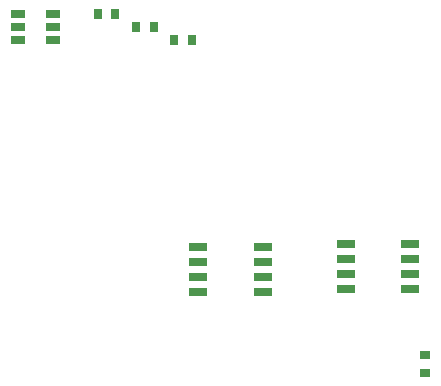
<source format=gtp>
G04*
G04 #@! TF.GenerationSoftware,Altium Limited,Altium Designer,18.1.6 (161)*
G04*
G04 Layer_Color=8421504*
%FSLAX25Y25*%
%MOIN*%
G70*
G01*
G75*
%ADD14R,0.06004X0.02559*%
%ADD15R,0.03543X0.02756*%
%ADD16R,0.05118X0.02756*%
%ADD17R,0.02756X0.03543*%
D14*
X156347Y56713D02*
D03*
Y51713D02*
D03*
Y46713D02*
D03*
Y41713D02*
D03*
X134992D02*
D03*
Y46713D02*
D03*
Y51713D02*
D03*
Y56713D02*
D03*
X205559Y57500D02*
D03*
Y52500D02*
D03*
Y47500D02*
D03*
Y42500D02*
D03*
X184205D02*
D03*
Y47500D02*
D03*
Y52500D02*
D03*
Y57500D02*
D03*
D15*
X210630Y20669D02*
D03*
Y14764D02*
D03*
D16*
X74902Y125591D02*
D03*
Y129921D02*
D03*
Y134252D02*
D03*
X86516Y125591D02*
D03*
Y129921D02*
D03*
Y134252D02*
D03*
D17*
X101378D02*
D03*
X107283D02*
D03*
X114173Y129921D02*
D03*
X120079D02*
D03*
X126969Y125591D02*
D03*
X132874D02*
D03*
M02*

</source>
